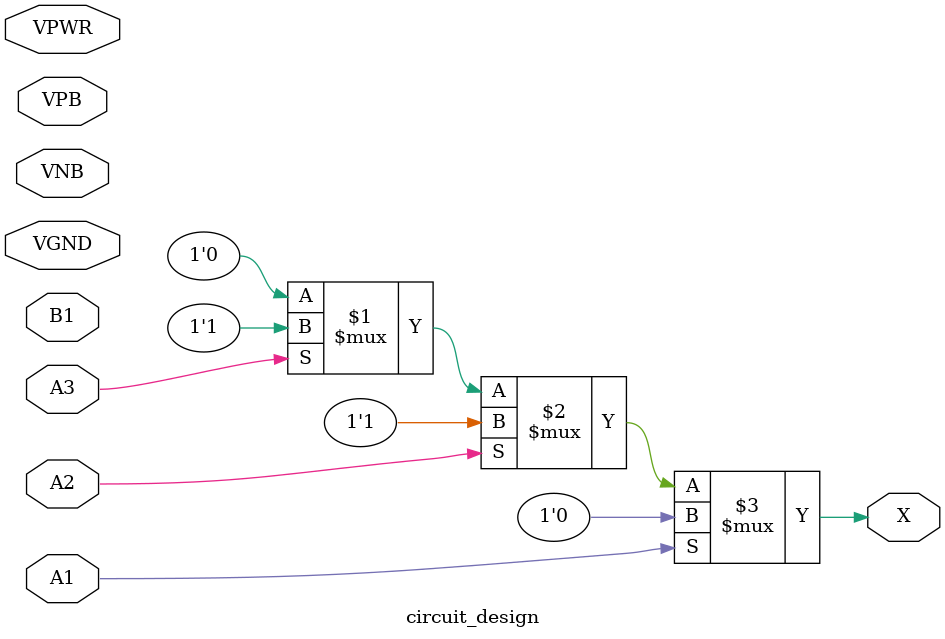
<source format=v>
module circuit_design (
    X   ,
    A1  ,
    A2  ,
    A3  ,
    B1  ,
    VPWR,
    VGND,
    VPB ,
    VNB
);

    output X   ;
    input  A1  ;
    input  A2  ;
    input  A3  ;
    input  B1  ;
    input  VPWR;
    input  VGND;
    input  VPB ;
    input  VNB ;

    assign X = (A1) ? 1'b0 :
               (A2) ? 1'b1 :
               (A3) ? 1'b1 :
                      1'b0 ;

endmodule
</source>
